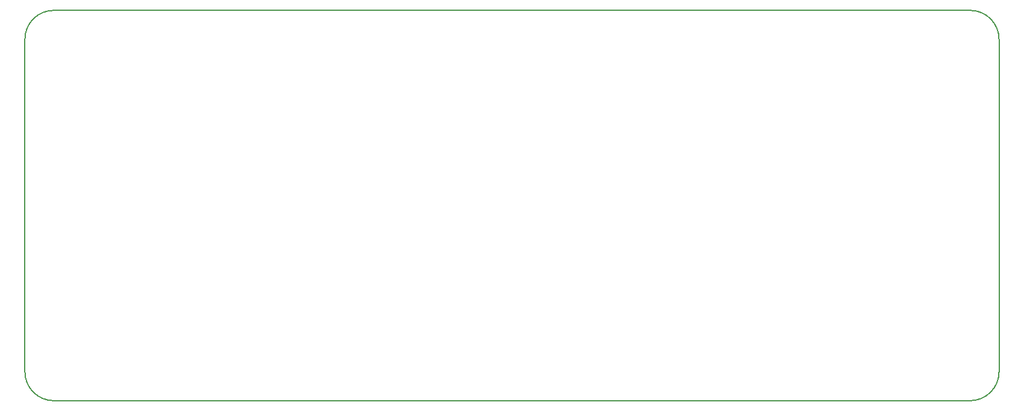
<source format=gbr>
G04 #@! TF.GenerationSoftware,KiCad,Pcbnew,(5.0.2)-1*
G04 #@! TF.CreationDate,2019-06-08T23:38:06+03:00*
G04 #@! TF.ProjectId,AVB switch with Can gateway,41564220-7377-4697-9463-682077697468,v01*
G04 #@! TF.SameCoordinates,Original*
G04 #@! TF.FileFunction,Profile,NP*
%FSLAX46Y46*%
G04 Gerber Fmt 4.6, Leading zero omitted, Abs format (unit mm)*
G04 Created by KiCad (PCBNEW (5.0.2)-1) date 6/8/2019 11:38:06 PM*
%MOMM*%
%LPD*%
G01*
G04 APERTURE LIST*
%ADD10C,0.150000*%
G04 APERTURE END LIST*
D10*
X227936000Y-45000000D02*
G75*
G02X232000000Y-49064000I0J-4064000D01*
G01*
X232000000Y-95936000D02*
G75*
G02X227936000Y-100000000I-4064000J0D01*
G01*
X95000000Y-49064000D02*
G75*
G02X99064000Y-45000000I4064000J0D01*
G01*
X99064000Y-100000000D02*
G75*
G02X95000000Y-95936000I0J4064000D01*
G01*
X95000000Y-49064000D02*
X95000000Y-95936000D01*
X232000000Y-49064000D02*
X232000000Y-95936000D01*
X99064000Y-45000000D02*
X227936000Y-45000000D01*
X99064000Y-100000000D02*
X227936000Y-100000000D01*
M02*

</source>
